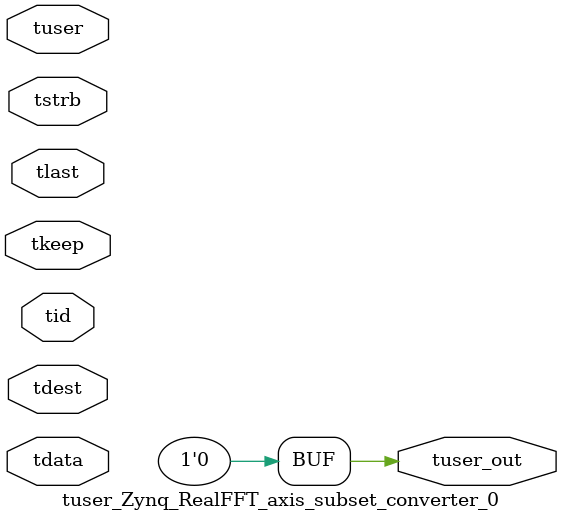
<source format=v>


`timescale 1ps/1ps

module tuser_Zynq_RealFFT_axis_subset_converter_0 #
(
parameter C_S_AXIS_TUSER_WIDTH = 1,
parameter C_S_AXIS_TDATA_WIDTH = 32,
parameter C_S_AXIS_TID_WIDTH   = 0,
parameter C_S_AXIS_TDEST_WIDTH = 0,
parameter C_M_AXIS_TUSER_WIDTH = 1
)
(
input  [(C_S_AXIS_TUSER_WIDTH == 0 ? 1 : C_S_AXIS_TUSER_WIDTH)-1:0     ] tuser,
input  [(C_S_AXIS_TDATA_WIDTH == 0 ? 1 : C_S_AXIS_TDATA_WIDTH)-1:0     ] tdata,
input  [(C_S_AXIS_TID_WIDTH   == 0 ? 1 : C_S_AXIS_TID_WIDTH)-1:0       ] tid,
input  [(C_S_AXIS_TDEST_WIDTH == 0 ? 1 : C_S_AXIS_TDEST_WIDTH)-1:0     ] tdest,
input  [(C_S_AXIS_TDATA_WIDTH/8)-1:0 ] tkeep,
input  [(C_S_AXIS_TDATA_WIDTH/8)-1:0 ] tstrb,
input                                                                    tlast,
output [C_M_AXIS_TUSER_WIDTH-1:0] tuser_out
);

assign tuser_out = {1'b0};

endmodule


</source>
